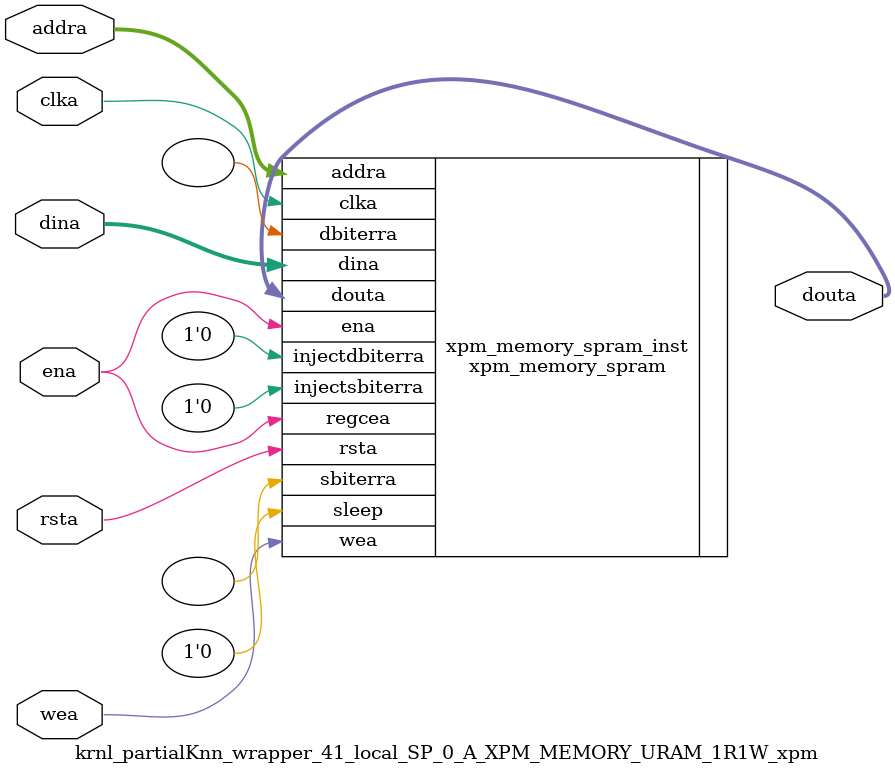
<source format=v>
`timescale 1 ns / 1 ps
module krnl_partialKnn_wrapper_41_local_SP_0_A_XPM_MEMORY_URAM_1R1W_xpm # (
  // Common module parameters
  parameter integer                 MEMORY_SIZE        = 524288,
  parameter                         MEMORY_PRIMITIVE   = "ultra",
  parameter                         ECC_MODE           = "no_ecc",
  parameter                         MEMORY_INIT_FILE   = "none",
  parameter                         WAKEUP_TIME        = "disable_sleep",
  parameter integer                 MESSAGE_CONTROL    = 0,
  // Port A module parameters
  parameter integer                 WRITE_DATA_WIDTH_A = 256,
  parameter integer                 READ_DATA_WIDTH_A  = WRITE_DATA_WIDTH_A,
  parameter integer                 BYTE_WRITE_WIDTH_A = WRITE_DATA_WIDTH_A,
  parameter integer                 ADDR_WIDTH_A       = 11,
  parameter                         READ_RESET_VALUE_A = "0",
  parameter integer                 READ_LATENCY_A     = 1,
  parameter                         WRITE_MODE_A       = "read_first"
) (
  // Port A module ports
  input  wire                                               clka,
  input  wire                                               rsta,
  input  wire                                               ena,
  input  wire [(WRITE_DATA_WIDTH_A/BYTE_WRITE_WIDTH_A)-1:0] wea,
  input  wire [ADDR_WIDTH_A-1:0]                            addra,
  input  wire [WRITE_DATA_WIDTH_A-1:0]                      dina,
  output wire [READ_DATA_WIDTH_A-1:0]                       douta
);
// Set parameter values and connect ports to instantiate an XPM_MEMORY single port RAM configuration
xpm_memory_spram # (
  // Common module parameters
  .MEMORY_SIZE        (MEMORY_SIZE),   //positive integer
  .MEMORY_PRIMITIVE   (MEMORY_PRIMITIVE),      //string; "auto", "distributed", "block" or "ultra";
  .ECC_MODE           (ECC_MODE),      //do not change
  .MEMORY_INIT_FILE   (MEMORY_INIT_FILE), //string; "none" or "<filename>.mem" 
  .MEMORY_INIT_PARAM  (""), //string;
  .WAKEUP_TIME        (WAKEUP_TIME),      //string; "disable_sleep" or "use_sleep_pin"
  .MESSAGE_CONTROL    (MESSAGE_CONTROL),      //do not change
  // Port A module parameters
  .WRITE_DATA_WIDTH_A (WRITE_DATA_WIDTH_A),     //positive integer
  .READ_DATA_WIDTH_A  (READ_DATA_WIDTH_A),     //positive integer
  .BYTE_WRITE_WIDTH_A (BYTE_WRITE_WIDTH_A),     //integer; 8, 9, or WRITE_DATA_WIDTH_A value
  .ADDR_WIDTH_A       (ADDR_WIDTH_A),      //positive integer
  .READ_RESET_VALUE_A (READ_RESET_VALUE_A),  //string
  .READ_LATENCY_A     (READ_LATENCY_A),      //non-negative integer
  .WRITE_MODE_A       (WRITE_MODE_A)       //string; "write_first", "read_first", "no_change"
) xpm_memory_spram_inst (
  // Common module ports
  .sleep          (1'b0),  //do not change
  // Port A module ports
  .clka           (clka),
  .rsta           (rsta),
  .ena            (ena),
  .regcea         (ena),
  .wea            (wea),
  .addra          (addra),
  .dina           (dina),
  .injectsbiterra (1'b0),  //do not change
  .injectdbiterra (1'b0),  //do not change
  .douta          (douta),
  .sbiterra       (),      //do not change
  .dbiterra       ()       //do not change
);
endmodule
</source>
